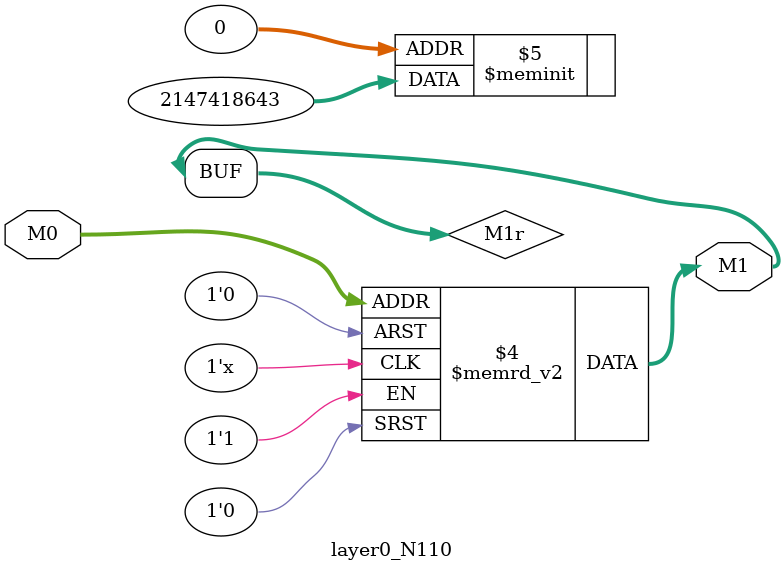
<source format=v>
module layer0_N110 ( input [3:0] M0, output [1:0] M1 );

	(*rom_style = "distributed" *) reg [1:0] M1r;
	assign M1 = M1r;
	always @ (M0) begin
		case (M0)
			4'b0000: M1r = 2'b11;
			4'b1000: M1r = 2'b11;
			4'b0100: M1r = 2'b10;
			4'b1100: M1r = 2'b11;
			4'b0010: M1r = 2'b01;
			4'b1010: M1r = 2'b11;
			4'b0110: M1r = 2'b00;
			4'b1110: M1r = 2'b11;
			4'b0001: M1r = 2'b00;
			4'b1001: M1r = 2'b11;
			4'b0101: M1r = 2'b00;
			4'b1101: M1r = 2'b11;
			4'b0011: M1r = 2'b00;
			4'b1011: M1r = 2'b11;
			4'b0111: M1r = 2'b00;
			4'b1111: M1r = 2'b01;

		endcase
	end
endmodule

</source>
